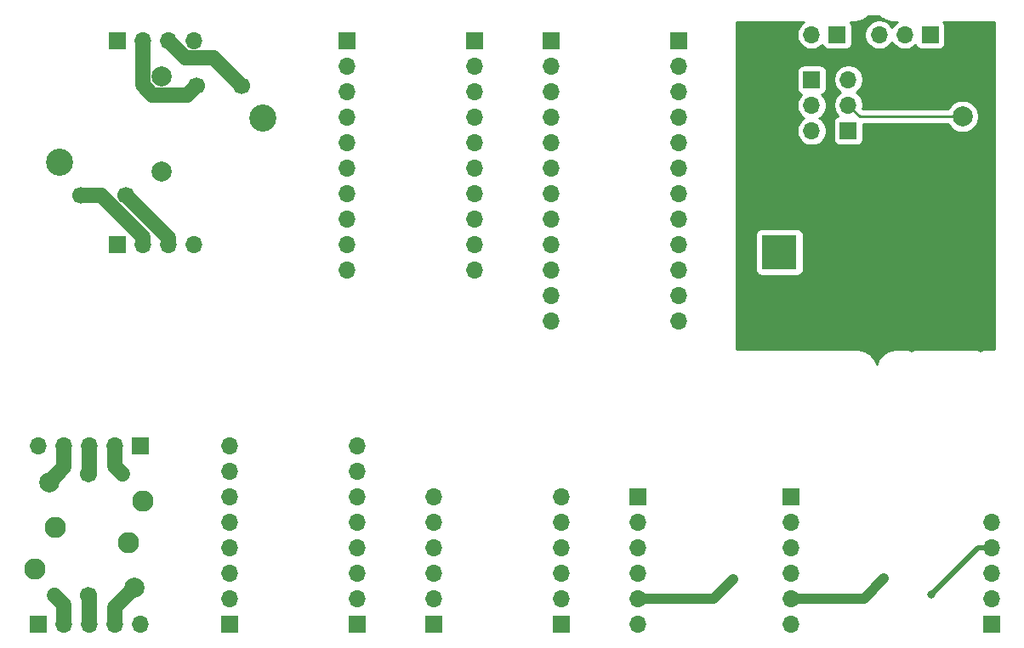
<source format=gbl>
G04 #@! TF.GenerationSoftware,KiCad,Pcbnew,(5.1.6-0-10_14)*
G04 #@! TF.CreationDate,2021-10-07T10:13:42+09:00*
G04 #@! TF.ProjectId,panel_breakouts_211007,70616e65-6c5f-4627-9265-616b6f757473,rev?*
G04 #@! TF.SameCoordinates,Original*
G04 #@! TF.FileFunction,Copper,L2,Bot*
G04 #@! TF.FilePolarity,Positive*
%FSLAX46Y46*%
G04 Gerber Fmt 4.6, Leading zero omitted, Abs format (unit mm)*
G04 Created by KiCad (PCBNEW (5.1.6-0-10_14)) date 2021-10-07 10:13:42*
%MOMM*%
%LPD*%
G01*
G04 APERTURE LIST*
G04 #@! TA.AperFunction,ComponentPad*
%ADD10O,1.700000X1.700000*%
G04 #@! TD*
G04 #@! TA.AperFunction,ComponentPad*
%ADD11R,1.700000X1.700000*%
G04 #@! TD*
G04 #@! TA.AperFunction,ComponentPad*
%ADD12C,2.108200*%
G04 #@! TD*
G04 #@! TA.AperFunction,ComponentPad*
%ADD13C,2.006600*%
G04 #@! TD*
G04 #@! TA.AperFunction,ComponentPad*
%ADD14C,1.701800*%
G04 #@! TD*
G04 #@! TA.AperFunction,ComponentPad*
%ADD15C,1.498600*%
G04 #@! TD*
G04 #@! TA.AperFunction,ComponentPad*
%ADD16C,2.000000*%
G04 #@! TD*
G04 #@! TA.AperFunction,ComponentPad*
%ADD17C,1.700000*%
G04 #@! TD*
G04 #@! TA.AperFunction,ComponentPad*
%ADD18C,2.700000*%
G04 #@! TD*
G04 #@! TA.AperFunction,ComponentPad*
%ADD19R,3.500000X3.500000*%
G04 #@! TD*
G04 #@! TA.AperFunction,ViaPad*
%ADD20C,0.800000*%
G04 #@! TD*
G04 #@! TA.AperFunction,Conductor*
%ADD21C,1.524000*%
G04 #@! TD*
G04 #@! TA.AperFunction,Conductor*
%ADD22C,1.016000*%
G04 #@! TD*
G04 #@! TA.AperFunction,Conductor*
%ADD23C,0.508000*%
G04 #@! TD*
G04 #@! TA.AperFunction,Conductor*
%ADD24C,0.250000*%
G04 #@! TD*
G04 #@! TA.AperFunction,Conductor*
%ADD25C,0.254000*%
G04 #@! TD*
G04 APERTURE END LIST*
D10*
X109982000Y-89916000D03*
X107442000Y-89916000D03*
X104902000Y-89916000D03*
D11*
X102362000Y-89916000D03*
D10*
X94472000Y-109982000D03*
X97012000Y-109982000D03*
X99552000Y-109982000D03*
X102092000Y-109982000D03*
D11*
X104632000Y-109982000D03*
X94472000Y-127762000D03*
D10*
X97012000Y-127762000D03*
X99552000Y-127762000D03*
X102092000Y-127762000D03*
X104632000Y-127762000D03*
D11*
X102362000Y-69596000D03*
D10*
X104902000Y-69596000D03*
X107442000Y-69596000D03*
X109982000Y-69596000D03*
X125222000Y-92456000D03*
X125222000Y-89916000D03*
X125222000Y-87376000D03*
X125222000Y-84836000D03*
X125222000Y-82296000D03*
X125222000Y-79756000D03*
X125222000Y-77216000D03*
X125222000Y-74676000D03*
X125222000Y-72136000D03*
D11*
X125222000Y-69596000D03*
X137922000Y-69596000D03*
D10*
X137922000Y-72136000D03*
X137922000Y-74676000D03*
X137922000Y-77216000D03*
X137922000Y-79756000D03*
X137922000Y-82296000D03*
X137922000Y-84836000D03*
X137922000Y-87376000D03*
X137922000Y-89916000D03*
X137922000Y-92456000D03*
X126222000Y-109982000D03*
X126222000Y-112522000D03*
X126222000Y-115062000D03*
X126222000Y-117602000D03*
X126222000Y-120142000D03*
X126222000Y-122682000D03*
X126222000Y-125222000D03*
D11*
X126222000Y-127762000D03*
X113522000Y-127762000D03*
D10*
X113522000Y-125222000D03*
X113522000Y-122682000D03*
X113522000Y-120142000D03*
X113522000Y-117602000D03*
X113522000Y-115062000D03*
X113522000Y-112522000D03*
X113522000Y-109982000D03*
X145542000Y-97536000D03*
X145542000Y-94996000D03*
X145542000Y-92456000D03*
X145542000Y-89916000D03*
X145542000Y-87376000D03*
X145542000Y-84836000D03*
X145542000Y-82296000D03*
X145542000Y-79756000D03*
X145542000Y-77216000D03*
X145542000Y-74676000D03*
X145542000Y-72136000D03*
D11*
X145542000Y-69596000D03*
X158242000Y-69596000D03*
D10*
X158242000Y-72136000D03*
X158242000Y-74676000D03*
X158242000Y-77216000D03*
X158242000Y-79756000D03*
X158242000Y-82296000D03*
X158242000Y-84836000D03*
X158242000Y-87376000D03*
X158242000Y-89916000D03*
X158242000Y-92456000D03*
X158242000Y-94996000D03*
X158242000Y-97536000D03*
D12*
X103452000Y-119612000D03*
D13*
X104052000Y-124112000D03*
D14*
X99502000Y-124912000D03*
D15*
X96102000Y-124912000D03*
D12*
X94152000Y-122262000D03*
X96152000Y-118112000D03*
D13*
X95552000Y-113612000D03*
D14*
X99502000Y-112812000D03*
D15*
X102902000Y-112812000D03*
D12*
X104852000Y-115462000D03*
D16*
X106722000Y-73156000D03*
D17*
X110222000Y-74106000D03*
X114722000Y-74106000D03*
D18*
X116822000Y-77356000D03*
D16*
X106722000Y-82656000D03*
D17*
X103222000Y-85006000D03*
X98722000Y-85006000D03*
D18*
X96622000Y-81756000D03*
D10*
X169402000Y-127762000D03*
X169402000Y-125222000D03*
X169402000Y-122682000D03*
X169402000Y-120142000D03*
X169402000Y-117602000D03*
D11*
X169402000Y-115062000D03*
D10*
X154162000Y-127762000D03*
X154162000Y-125222000D03*
X154162000Y-122682000D03*
X154162000Y-120142000D03*
X154162000Y-117602000D03*
D11*
X154162000Y-115062000D03*
D10*
X189372000Y-117594000D03*
X189372000Y-120134000D03*
X189372000Y-122674000D03*
X189372000Y-125214000D03*
D11*
X189372000Y-127754000D03*
D10*
X146542000Y-115062000D03*
X146542000Y-117602000D03*
X146542000Y-120142000D03*
X146542000Y-122682000D03*
X146542000Y-125222000D03*
D11*
X146542000Y-127762000D03*
X133842000Y-127762000D03*
D10*
X133842000Y-125222000D03*
X133842000Y-122682000D03*
X133842000Y-120142000D03*
X133842000Y-117602000D03*
X133842000Y-115062000D03*
X171457000Y-69006000D03*
D11*
X173997000Y-69006000D03*
D10*
X175122000Y-73476000D03*
X175122000Y-76016000D03*
D11*
X175122000Y-78556000D03*
X171472000Y-73506000D03*
D10*
X171472000Y-76046000D03*
X171472000Y-78586000D03*
X178192000Y-69006000D03*
X180732000Y-69006000D03*
D11*
X183272000Y-69006000D03*
D19*
X168262000Y-90676000D03*
G04 #@! TA.AperFunction,ComponentPad*
G36*
G01*
X169262000Y-98176000D02*
X167262000Y-98176000D01*
G75*
G02*
X166512000Y-97426000I0J750000D01*
G01*
X166512000Y-95926000D01*
G75*
G02*
X167262000Y-95176000I750000J0D01*
G01*
X169262000Y-95176000D01*
G75*
G02*
X170012000Y-95926000I0J-750000D01*
G01*
X170012000Y-97426000D01*
G75*
G02*
X169262000Y-98176000I-750000J0D01*
G01*
G37*
G04 #@! TD.AperFunction*
G04 #@! TA.AperFunction,ComponentPad*
G36*
G01*
X173837000Y-95426000D02*
X172087000Y-95426000D01*
G75*
G02*
X171212000Y-94551000I0J875000D01*
G01*
X171212000Y-92801000D01*
G75*
G02*
X172087000Y-91926000I875000J0D01*
G01*
X173837000Y-91926000D01*
G75*
G02*
X174712000Y-92801000I0J-875000D01*
G01*
X174712000Y-94551000D01*
G75*
G02*
X173837000Y-95426000I-875000J0D01*
G01*
G37*
G04 #@! TD.AperFunction*
D16*
X186472000Y-77156000D03*
X186472000Y-73656000D03*
D20*
X178662000Y-123242000D03*
X163622000Y-123332000D03*
X183392000Y-124794000D03*
X182222000Y-71506000D03*
X178497000Y-71681000D03*
X183172000Y-80631000D03*
X185097000Y-79106000D03*
X178822000Y-80056000D03*
X177572000Y-73556000D03*
X177572000Y-75306000D03*
X177572000Y-75306000D03*
X188072000Y-72056000D03*
X186572000Y-70056000D03*
X188072000Y-68556000D03*
X185722000Y-80036000D03*
X185722000Y-83696000D03*
X182322000Y-75056000D03*
X175762000Y-71176000D03*
X172842000Y-71136000D03*
X169132000Y-68546000D03*
X164482000Y-68306000D03*
X166982000Y-71126000D03*
X164402000Y-73556000D03*
X168932000Y-73516000D03*
X166782000Y-76336000D03*
X164442000Y-78546000D03*
X169542000Y-78796000D03*
X164632000Y-93776000D03*
X164692000Y-99886000D03*
X169962000Y-93986000D03*
X170652000Y-99796000D03*
X175512000Y-100006000D03*
X173532000Y-97036000D03*
X180492000Y-98096000D03*
X188292000Y-100296000D03*
X187832000Y-97806000D03*
X181402000Y-100226000D03*
X185072000Y-98746000D03*
X171512000Y-90586000D03*
X171582000Y-88136000D03*
X174272000Y-89306000D03*
X176902000Y-89106000D03*
X174232000Y-91176000D03*
D21*
X107442000Y-89226000D02*
X103222000Y-85006000D01*
X107442000Y-89916000D02*
X107442000Y-89226000D01*
X104902000Y-89201518D02*
X100706482Y-85006000D01*
X100706482Y-85006000D02*
X98722000Y-85006000D01*
X104902000Y-89916000D02*
X104902000Y-89201518D01*
X97012000Y-112152000D02*
X95552000Y-113612000D01*
X97012000Y-109982000D02*
X97012000Y-112152000D01*
X99552000Y-112762000D02*
X99502000Y-112812000D01*
X99552000Y-109982000D02*
X99552000Y-112762000D01*
X102092000Y-112002000D02*
X102902000Y-112812000D01*
X102092000Y-109982000D02*
X102092000Y-112002000D01*
X97012000Y-125822000D02*
X96102000Y-124912000D01*
X97012000Y-127762000D02*
X97012000Y-125822000D01*
X99552000Y-124962000D02*
X99502000Y-124912000D01*
X99552000Y-127762000D02*
X99552000Y-124962000D01*
X102092000Y-126072000D02*
X104052000Y-124112000D01*
X102092000Y-127762000D02*
X102092000Y-126072000D01*
X109308399Y-75019601D02*
X110222000Y-74106000D01*
X105827471Y-75019601D02*
X109308399Y-75019601D01*
X104858399Y-74050529D02*
X105827471Y-75019601D01*
X104858399Y-72261471D02*
X104858399Y-74050529D01*
X104902000Y-72217870D02*
X104858399Y-72261471D01*
X104902000Y-69596000D02*
X104902000Y-72217870D01*
X109155601Y-71309601D02*
X111925601Y-71309601D01*
X111925601Y-71309601D02*
X114722000Y-74106000D01*
X107442000Y-69596000D02*
X109155601Y-71309601D01*
D22*
X169402000Y-125222000D02*
X176672000Y-125222000D01*
X178652000Y-123242000D02*
X178662000Y-123242000D01*
X176672000Y-125222000D02*
X178652000Y-123242000D01*
X161732000Y-125222000D02*
X163622000Y-123332000D01*
X154162000Y-125222000D02*
X161732000Y-125222000D01*
D23*
X188052000Y-120134000D02*
X183392000Y-124794000D01*
X189372000Y-120134000D02*
X188052000Y-120134000D01*
D24*
X184372000Y-73656000D02*
X186472000Y-73656000D01*
X182222000Y-71506000D02*
X184372000Y-73656000D01*
X178672000Y-71506000D02*
X178497000Y-71681000D01*
X182222000Y-71506000D02*
X178672000Y-71506000D01*
X183172000Y-80631000D02*
X183172000Y-89466000D01*
X178962000Y-93676000D02*
X172962000Y-93676000D01*
X183172000Y-89466000D02*
X178962000Y-93676000D01*
X176262000Y-77156000D02*
X186472000Y-77156000D01*
X175122000Y-76016000D02*
X176262000Y-77156000D01*
D25*
G36*
X178226292Y-67212508D02*
G01*
X178233669Y-67218612D01*
X178425747Y-67375267D01*
X178477524Y-67409668D01*
X178528808Y-67444782D01*
X178537231Y-67449336D01*
X178756078Y-67565699D01*
X178813519Y-67589374D01*
X178870674Y-67613871D01*
X178879821Y-67616702D01*
X179117102Y-67688342D01*
X179178057Y-67700412D01*
X179238877Y-67713339D01*
X179248396Y-67714340D01*
X179248400Y-67714340D01*
X179495078Y-67738527D01*
X179503245Y-67738527D01*
X179528353Y-67741000D01*
X179952277Y-67741000D01*
X179785368Y-67852525D01*
X179578525Y-68059368D01*
X179462000Y-68233760D01*
X179345475Y-68059368D01*
X179138632Y-67852525D01*
X178895411Y-67690010D01*
X178625158Y-67578068D01*
X178338260Y-67521000D01*
X178045740Y-67521000D01*
X177758842Y-67578068D01*
X177488589Y-67690010D01*
X177245368Y-67852525D01*
X177038525Y-68059368D01*
X176876010Y-68302589D01*
X176764068Y-68572842D01*
X176707000Y-68859740D01*
X176707000Y-69152260D01*
X176764068Y-69439158D01*
X176876010Y-69709411D01*
X177038525Y-69952632D01*
X177245368Y-70159475D01*
X177488589Y-70321990D01*
X177758842Y-70433932D01*
X178045740Y-70491000D01*
X178338260Y-70491000D01*
X178625158Y-70433932D01*
X178895411Y-70321990D01*
X179138632Y-70159475D01*
X179345475Y-69952632D01*
X179462000Y-69778240D01*
X179578525Y-69952632D01*
X179785368Y-70159475D01*
X180028589Y-70321990D01*
X180298842Y-70433932D01*
X180585740Y-70491000D01*
X180878260Y-70491000D01*
X181165158Y-70433932D01*
X181435411Y-70321990D01*
X181678632Y-70159475D01*
X181810487Y-70027620D01*
X181832498Y-70100180D01*
X181891463Y-70210494D01*
X181970815Y-70307185D01*
X182067506Y-70386537D01*
X182177820Y-70445502D01*
X182297518Y-70481812D01*
X182422000Y-70494072D01*
X184122000Y-70494072D01*
X184246482Y-70481812D01*
X184366180Y-70445502D01*
X184476494Y-70386537D01*
X184573185Y-70307185D01*
X184652537Y-70210494D01*
X184711502Y-70100180D01*
X184747812Y-69980482D01*
X184760072Y-69856000D01*
X184760072Y-68156000D01*
X184747812Y-68031518D01*
X184711502Y-67911820D01*
X184652537Y-67801506D01*
X184602881Y-67741000D01*
X189637000Y-67741000D01*
X189637001Y-100371000D01*
X179798353Y-100371000D01*
X179763904Y-100374393D01*
X179747423Y-100374393D01*
X179737911Y-100375393D01*
X179491595Y-100403022D01*
X179430876Y-100415928D01*
X179369966Y-100427989D01*
X179360830Y-100430817D01*
X179124572Y-100505762D01*
X179067521Y-100530214D01*
X179010106Y-100553879D01*
X179001692Y-100558428D01*
X178784490Y-100677836D01*
X178733225Y-100712938D01*
X178681552Y-100747270D01*
X178674182Y-100753366D01*
X178484310Y-100912688D01*
X178440872Y-100957046D01*
X178396820Y-101000791D01*
X178390775Y-101008203D01*
X178235463Y-101201370D01*
X178201444Y-101253357D01*
X178166749Y-101304795D01*
X178162258Y-101313239D01*
X178047427Y-101532894D01*
X178024175Y-101590446D01*
X178000112Y-101647688D01*
X177997348Y-101656844D01*
X177997346Y-101656849D01*
X177997345Y-101656854D01*
X177927365Y-101894620D01*
X177927342Y-101894740D01*
X177923958Y-101877000D01*
X177921190Y-101867833D01*
X177847895Y-101631057D01*
X177823823Y-101573791D01*
X177800525Y-101516127D01*
X177796029Y-101507673D01*
X177796028Y-101507670D01*
X177796025Y-101507665D01*
X177678141Y-101289643D01*
X177643404Y-101238143D01*
X177609347Y-101186099D01*
X177603295Y-101178679D01*
X177445302Y-100987699D01*
X177401200Y-100943903D01*
X177357708Y-100899491D01*
X177350336Y-100893393D01*
X177350330Y-100893387D01*
X177350323Y-100893383D01*
X177158253Y-100736733D01*
X177106499Y-100702348D01*
X177055192Y-100667218D01*
X177046769Y-100662664D01*
X176827921Y-100546301D01*
X176770494Y-100522631D01*
X176713326Y-100498129D01*
X176704179Y-100495298D01*
X176466898Y-100423658D01*
X176405949Y-100411590D01*
X176345123Y-100398661D01*
X176335604Y-100397660D01*
X176335600Y-100397660D01*
X176088922Y-100373473D01*
X176080755Y-100373473D01*
X176055647Y-100371000D01*
X164007000Y-100371000D01*
X164007000Y-88926000D01*
X165873928Y-88926000D01*
X165873928Y-92426000D01*
X165886188Y-92550482D01*
X165922498Y-92670180D01*
X165981463Y-92780494D01*
X166060815Y-92877185D01*
X166157506Y-92956537D01*
X166267820Y-93015502D01*
X166387518Y-93051812D01*
X166512000Y-93064072D01*
X170012000Y-93064072D01*
X170136482Y-93051812D01*
X170256180Y-93015502D01*
X170366494Y-92956537D01*
X170463185Y-92877185D01*
X170542537Y-92780494D01*
X170601502Y-92670180D01*
X170637812Y-92550482D01*
X170650072Y-92426000D01*
X170650072Y-88926000D01*
X170637812Y-88801518D01*
X170601502Y-88681820D01*
X170542537Y-88571506D01*
X170463185Y-88474815D01*
X170366494Y-88395463D01*
X170256180Y-88336498D01*
X170136482Y-88300188D01*
X170012000Y-88287928D01*
X166512000Y-88287928D01*
X166387518Y-88300188D01*
X166267820Y-88336498D01*
X166157506Y-88395463D01*
X166060815Y-88474815D01*
X165981463Y-88571506D01*
X165922498Y-88681820D01*
X165886188Y-88801518D01*
X165873928Y-88926000D01*
X164007000Y-88926000D01*
X164007000Y-72656000D01*
X169983928Y-72656000D01*
X169983928Y-74356000D01*
X169996188Y-74480482D01*
X170032498Y-74600180D01*
X170091463Y-74710494D01*
X170170815Y-74807185D01*
X170267506Y-74886537D01*
X170377820Y-74945502D01*
X170450380Y-74967513D01*
X170318525Y-75099368D01*
X170156010Y-75342589D01*
X170044068Y-75612842D01*
X169987000Y-75899740D01*
X169987000Y-76192260D01*
X170044068Y-76479158D01*
X170156010Y-76749411D01*
X170318525Y-76992632D01*
X170525368Y-77199475D01*
X170699760Y-77316000D01*
X170525368Y-77432525D01*
X170318525Y-77639368D01*
X170156010Y-77882589D01*
X170044068Y-78152842D01*
X169987000Y-78439740D01*
X169987000Y-78732260D01*
X170044068Y-79019158D01*
X170156010Y-79289411D01*
X170318525Y-79532632D01*
X170525368Y-79739475D01*
X170768589Y-79901990D01*
X171038842Y-80013932D01*
X171325740Y-80071000D01*
X171618260Y-80071000D01*
X171905158Y-80013932D01*
X172175411Y-79901990D01*
X172418632Y-79739475D01*
X172625475Y-79532632D01*
X172787990Y-79289411D01*
X172899932Y-79019158D01*
X172957000Y-78732260D01*
X172957000Y-78439740D01*
X172899932Y-78152842D01*
X172787990Y-77882589D01*
X172669998Y-77706000D01*
X173633928Y-77706000D01*
X173633928Y-79406000D01*
X173646188Y-79530482D01*
X173682498Y-79650180D01*
X173741463Y-79760494D01*
X173820815Y-79857185D01*
X173917506Y-79936537D01*
X174027820Y-79995502D01*
X174147518Y-80031812D01*
X174272000Y-80044072D01*
X175972000Y-80044072D01*
X176096482Y-80031812D01*
X176216180Y-79995502D01*
X176326494Y-79936537D01*
X176423185Y-79857185D01*
X176502537Y-79760494D01*
X176561502Y-79650180D01*
X176597812Y-79530482D01*
X176610072Y-79406000D01*
X176610072Y-77916000D01*
X185017091Y-77916000D01*
X185023082Y-77930463D01*
X185202013Y-78198252D01*
X185429748Y-78425987D01*
X185697537Y-78604918D01*
X185995088Y-78728168D01*
X186310967Y-78791000D01*
X186633033Y-78791000D01*
X186948912Y-78728168D01*
X187246463Y-78604918D01*
X187514252Y-78425987D01*
X187741987Y-78198252D01*
X187920918Y-77930463D01*
X188044168Y-77632912D01*
X188107000Y-77317033D01*
X188107000Y-76994967D01*
X188044168Y-76679088D01*
X187920918Y-76381537D01*
X187741987Y-76113748D01*
X187514252Y-75886013D01*
X187246463Y-75707082D01*
X186948912Y-75583832D01*
X186633033Y-75521000D01*
X186310967Y-75521000D01*
X185995088Y-75583832D01*
X185697537Y-75707082D01*
X185429748Y-75886013D01*
X185202013Y-76113748D01*
X185023082Y-76381537D01*
X185017091Y-76396000D01*
X176576803Y-76396000D01*
X176563210Y-76382407D01*
X176607000Y-76162260D01*
X176607000Y-75869740D01*
X176549932Y-75582842D01*
X176437990Y-75312589D01*
X176275475Y-75069368D01*
X176068632Y-74862525D01*
X175894240Y-74746000D01*
X176068632Y-74629475D01*
X176275475Y-74422632D01*
X176437990Y-74179411D01*
X176549932Y-73909158D01*
X176607000Y-73622260D01*
X176607000Y-73329740D01*
X176549932Y-73042842D01*
X176437990Y-72772589D01*
X176275475Y-72529368D01*
X176068632Y-72322525D01*
X175825411Y-72160010D01*
X175555158Y-72048068D01*
X175268260Y-71991000D01*
X174975740Y-71991000D01*
X174688842Y-72048068D01*
X174418589Y-72160010D01*
X174175368Y-72322525D01*
X173968525Y-72529368D01*
X173806010Y-72772589D01*
X173694068Y-73042842D01*
X173637000Y-73329740D01*
X173637000Y-73622260D01*
X173694068Y-73909158D01*
X173806010Y-74179411D01*
X173968525Y-74422632D01*
X174175368Y-74629475D01*
X174349760Y-74746000D01*
X174175368Y-74862525D01*
X173968525Y-75069368D01*
X173806010Y-75312589D01*
X173694068Y-75582842D01*
X173637000Y-75869740D01*
X173637000Y-76162260D01*
X173694068Y-76449158D01*
X173806010Y-76719411D01*
X173968525Y-76962632D01*
X174100380Y-77094487D01*
X174027820Y-77116498D01*
X173917506Y-77175463D01*
X173820815Y-77254815D01*
X173741463Y-77351506D01*
X173682498Y-77461820D01*
X173646188Y-77581518D01*
X173633928Y-77706000D01*
X172669998Y-77706000D01*
X172625475Y-77639368D01*
X172418632Y-77432525D01*
X172244240Y-77316000D01*
X172418632Y-77199475D01*
X172625475Y-76992632D01*
X172787990Y-76749411D01*
X172899932Y-76479158D01*
X172957000Y-76192260D01*
X172957000Y-75899740D01*
X172899932Y-75612842D01*
X172787990Y-75342589D01*
X172625475Y-75099368D01*
X172493620Y-74967513D01*
X172566180Y-74945502D01*
X172676494Y-74886537D01*
X172773185Y-74807185D01*
X172852537Y-74710494D01*
X172911502Y-74600180D01*
X172947812Y-74480482D01*
X172960072Y-74356000D01*
X172960072Y-72656000D01*
X172947812Y-72531518D01*
X172911502Y-72411820D01*
X172852537Y-72301506D01*
X172773185Y-72204815D01*
X172676494Y-72125463D01*
X172566180Y-72066498D01*
X172446482Y-72030188D01*
X172322000Y-72017928D01*
X170622000Y-72017928D01*
X170497518Y-72030188D01*
X170377820Y-72066498D01*
X170267506Y-72125463D01*
X170170815Y-72204815D01*
X170091463Y-72301506D01*
X170032498Y-72411820D01*
X169996188Y-72531518D01*
X169983928Y-72656000D01*
X164007000Y-72656000D01*
X164007000Y-67741000D01*
X170677277Y-67741000D01*
X170510368Y-67852525D01*
X170303525Y-68059368D01*
X170141010Y-68302589D01*
X170029068Y-68572842D01*
X169972000Y-68859740D01*
X169972000Y-69152260D01*
X170029068Y-69439158D01*
X170141010Y-69709411D01*
X170303525Y-69952632D01*
X170510368Y-70159475D01*
X170753589Y-70321990D01*
X171023842Y-70433932D01*
X171310740Y-70491000D01*
X171603260Y-70491000D01*
X171890158Y-70433932D01*
X172160411Y-70321990D01*
X172403632Y-70159475D01*
X172535487Y-70027620D01*
X172557498Y-70100180D01*
X172616463Y-70210494D01*
X172695815Y-70307185D01*
X172792506Y-70386537D01*
X172902820Y-70445502D01*
X173022518Y-70481812D01*
X173147000Y-70494072D01*
X174847000Y-70494072D01*
X174971482Y-70481812D01*
X175091180Y-70445502D01*
X175201494Y-70386537D01*
X175298185Y-70307185D01*
X175377537Y-70210494D01*
X175436502Y-70100180D01*
X175472812Y-69980482D01*
X175485072Y-69856000D01*
X175485072Y-68156000D01*
X175472812Y-68031518D01*
X175436502Y-67911820D01*
X175377537Y-67801506D01*
X175327881Y-67741000D01*
X175785647Y-67741000D01*
X175820105Y-67737606D01*
X175836577Y-67737606D01*
X175846089Y-67736607D01*
X176092405Y-67708978D01*
X176153130Y-67696070D01*
X176214034Y-67684011D01*
X176223170Y-67681183D01*
X176459428Y-67606238D01*
X176516479Y-67581786D01*
X176573894Y-67558121D01*
X176582308Y-67553572D01*
X176799510Y-67434164D01*
X176850757Y-67399074D01*
X176902449Y-67364730D01*
X176909818Y-67358634D01*
X177099691Y-67199312D01*
X177115665Y-67183000D01*
X178197395Y-67183000D01*
X178226292Y-67212508D01*
G37*
X178226292Y-67212508D02*
X178233669Y-67218612D01*
X178425747Y-67375267D01*
X178477524Y-67409668D01*
X178528808Y-67444782D01*
X178537231Y-67449336D01*
X178756078Y-67565699D01*
X178813519Y-67589374D01*
X178870674Y-67613871D01*
X178879821Y-67616702D01*
X179117102Y-67688342D01*
X179178057Y-67700412D01*
X179238877Y-67713339D01*
X179248396Y-67714340D01*
X179248400Y-67714340D01*
X179495078Y-67738527D01*
X179503245Y-67738527D01*
X179528353Y-67741000D01*
X179952277Y-67741000D01*
X179785368Y-67852525D01*
X179578525Y-68059368D01*
X179462000Y-68233760D01*
X179345475Y-68059368D01*
X179138632Y-67852525D01*
X178895411Y-67690010D01*
X178625158Y-67578068D01*
X178338260Y-67521000D01*
X178045740Y-67521000D01*
X177758842Y-67578068D01*
X177488589Y-67690010D01*
X177245368Y-67852525D01*
X177038525Y-68059368D01*
X176876010Y-68302589D01*
X176764068Y-68572842D01*
X176707000Y-68859740D01*
X176707000Y-69152260D01*
X176764068Y-69439158D01*
X176876010Y-69709411D01*
X177038525Y-69952632D01*
X177245368Y-70159475D01*
X177488589Y-70321990D01*
X177758842Y-70433932D01*
X178045740Y-70491000D01*
X178338260Y-70491000D01*
X178625158Y-70433932D01*
X178895411Y-70321990D01*
X179138632Y-70159475D01*
X179345475Y-69952632D01*
X179462000Y-69778240D01*
X179578525Y-69952632D01*
X179785368Y-70159475D01*
X180028589Y-70321990D01*
X180298842Y-70433932D01*
X180585740Y-70491000D01*
X180878260Y-70491000D01*
X181165158Y-70433932D01*
X181435411Y-70321990D01*
X181678632Y-70159475D01*
X181810487Y-70027620D01*
X181832498Y-70100180D01*
X181891463Y-70210494D01*
X181970815Y-70307185D01*
X182067506Y-70386537D01*
X182177820Y-70445502D01*
X182297518Y-70481812D01*
X182422000Y-70494072D01*
X184122000Y-70494072D01*
X184246482Y-70481812D01*
X184366180Y-70445502D01*
X184476494Y-70386537D01*
X184573185Y-70307185D01*
X184652537Y-70210494D01*
X184711502Y-70100180D01*
X184747812Y-69980482D01*
X184760072Y-69856000D01*
X184760072Y-68156000D01*
X184747812Y-68031518D01*
X184711502Y-67911820D01*
X184652537Y-67801506D01*
X184602881Y-67741000D01*
X189637000Y-67741000D01*
X189637001Y-100371000D01*
X179798353Y-100371000D01*
X179763904Y-100374393D01*
X179747423Y-100374393D01*
X179737911Y-100375393D01*
X179491595Y-100403022D01*
X179430876Y-100415928D01*
X179369966Y-100427989D01*
X179360830Y-100430817D01*
X179124572Y-100505762D01*
X179067521Y-100530214D01*
X179010106Y-100553879D01*
X179001692Y-100558428D01*
X178784490Y-100677836D01*
X178733225Y-100712938D01*
X178681552Y-100747270D01*
X178674182Y-100753366D01*
X178484310Y-100912688D01*
X178440872Y-100957046D01*
X178396820Y-101000791D01*
X178390775Y-101008203D01*
X178235463Y-101201370D01*
X178201444Y-101253357D01*
X178166749Y-101304795D01*
X178162258Y-101313239D01*
X178047427Y-101532894D01*
X178024175Y-101590446D01*
X178000112Y-101647688D01*
X177997348Y-101656844D01*
X177997346Y-101656849D01*
X177997345Y-101656854D01*
X177927365Y-101894620D01*
X177927342Y-101894740D01*
X177923958Y-101877000D01*
X177921190Y-101867833D01*
X177847895Y-101631057D01*
X177823823Y-101573791D01*
X177800525Y-101516127D01*
X177796029Y-101507673D01*
X177796028Y-101507670D01*
X177796025Y-101507665D01*
X177678141Y-101289643D01*
X177643404Y-101238143D01*
X177609347Y-101186099D01*
X177603295Y-101178679D01*
X177445302Y-100987699D01*
X177401200Y-100943903D01*
X177357708Y-100899491D01*
X177350336Y-100893393D01*
X177350330Y-100893387D01*
X177350323Y-100893383D01*
X177158253Y-100736733D01*
X177106499Y-100702348D01*
X177055192Y-100667218D01*
X177046769Y-100662664D01*
X176827921Y-100546301D01*
X176770494Y-100522631D01*
X176713326Y-100498129D01*
X176704179Y-100495298D01*
X176466898Y-100423658D01*
X176405949Y-100411590D01*
X176345123Y-100398661D01*
X176335604Y-100397660D01*
X176335600Y-100397660D01*
X176088922Y-100373473D01*
X176080755Y-100373473D01*
X176055647Y-100371000D01*
X164007000Y-100371000D01*
X164007000Y-88926000D01*
X165873928Y-88926000D01*
X165873928Y-92426000D01*
X165886188Y-92550482D01*
X165922498Y-92670180D01*
X165981463Y-92780494D01*
X166060815Y-92877185D01*
X166157506Y-92956537D01*
X166267820Y-93015502D01*
X166387518Y-93051812D01*
X166512000Y-93064072D01*
X170012000Y-93064072D01*
X170136482Y-93051812D01*
X170256180Y-93015502D01*
X170366494Y-92956537D01*
X170463185Y-92877185D01*
X170542537Y-92780494D01*
X170601502Y-92670180D01*
X170637812Y-92550482D01*
X170650072Y-92426000D01*
X170650072Y-88926000D01*
X170637812Y-88801518D01*
X170601502Y-88681820D01*
X170542537Y-88571506D01*
X170463185Y-88474815D01*
X170366494Y-88395463D01*
X170256180Y-88336498D01*
X170136482Y-88300188D01*
X170012000Y-88287928D01*
X166512000Y-88287928D01*
X166387518Y-88300188D01*
X166267820Y-88336498D01*
X166157506Y-88395463D01*
X166060815Y-88474815D01*
X165981463Y-88571506D01*
X165922498Y-88681820D01*
X165886188Y-88801518D01*
X165873928Y-88926000D01*
X164007000Y-88926000D01*
X164007000Y-72656000D01*
X169983928Y-72656000D01*
X169983928Y-74356000D01*
X169996188Y-74480482D01*
X170032498Y-74600180D01*
X170091463Y-74710494D01*
X170170815Y-74807185D01*
X170267506Y-74886537D01*
X170377820Y-74945502D01*
X170450380Y-74967513D01*
X170318525Y-75099368D01*
X170156010Y-75342589D01*
X170044068Y-75612842D01*
X169987000Y-75899740D01*
X169987000Y-76192260D01*
X170044068Y-76479158D01*
X170156010Y-76749411D01*
X170318525Y-76992632D01*
X170525368Y-77199475D01*
X170699760Y-77316000D01*
X170525368Y-77432525D01*
X170318525Y-77639368D01*
X170156010Y-77882589D01*
X170044068Y-78152842D01*
X169987000Y-78439740D01*
X169987000Y-78732260D01*
X170044068Y-79019158D01*
X170156010Y-79289411D01*
X170318525Y-79532632D01*
X170525368Y-79739475D01*
X170768589Y-79901990D01*
X171038842Y-80013932D01*
X171325740Y-80071000D01*
X171618260Y-80071000D01*
X171905158Y-80013932D01*
X172175411Y-79901990D01*
X172418632Y-79739475D01*
X172625475Y-79532632D01*
X172787990Y-79289411D01*
X172899932Y-79019158D01*
X172957000Y-78732260D01*
X172957000Y-78439740D01*
X172899932Y-78152842D01*
X172787990Y-77882589D01*
X172669998Y-77706000D01*
X173633928Y-77706000D01*
X173633928Y-79406000D01*
X173646188Y-79530482D01*
X173682498Y-79650180D01*
X173741463Y-79760494D01*
X173820815Y-79857185D01*
X173917506Y-79936537D01*
X174027820Y-79995502D01*
X174147518Y-80031812D01*
X174272000Y-80044072D01*
X175972000Y-80044072D01*
X176096482Y-80031812D01*
X176216180Y-79995502D01*
X176326494Y-79936537D01*
X176423185Y-79857185D01*
X176502537Y-79760494D01*
X176561502Y-79650180D01*
X176597812Y-79530482D01*
X176610072Y-79406000D01*
X176610072Y-77916000D01*
X185017091Y-77916000D01*
X185023082Y-77930463D01*
X185202013Y-78198252D01*
X185429748Y-78425987D01*
X185697537Y-78604918D01*
X185995088Y-78728168D01*
X186310967Y-78791000D01*
X186633033Y-78791000D01*
X186948912Y-78728168D01*
X187246463Y-78604918D01*
X187514252Y-78425987D01*
X187741987Y-78198252D01*
X187920918Y-77930463D01*
X188044168Y-77632912D01*
X188107000Y-77317033D01*
X188107000Y-76994967D01*
X188044168Y-76679088D01*
X187920918Y-76381537D01*
X187741987Y-76113748D01*
X187514252Y-75886013D01*
X187246463Y-75707082D01*
X186948912Y-75583832D01*
X186633033Y-75521000D01*
X186310967Y-75521000D01*
X185995088Y-75583832D01*
X185697537Y-75707082D01*
X185429748Y-75886013D01*
X185202013Y-76113748D01*
X185023082Y-76381537D01*
X185017091Y-76396000D01*
X176576803Y-76396000D01*
X176563210Y-76382407D01*
X176607000Y-76162260D01*
X176607000Y-75869740D01*
X176549932Y-75582842D01*
X176437990Y-75312589D01*
X176275475Y-75069368D01*
X176068632Y-74862525D01*
X175894240Y-74746000D01*
X176068632Y-74629475D01*
X176275475Y-74422632D01*
X176437990Y-74179411D01*
X176549932Y-73909158D01*
X176607000Y-73622260D01*
X176607000Y-73329740D01*
X176549932Y-73042842D01*
X176437990Y-72772589D01*
X176275475Y-72529368D01*
X176068632Y-72322525D01*
X175825411Y-72160010D01*
X175555158Y-72048068D01*
X175268260Y-71991000D01*
X174975740Y-71991000D01*
X174688842Y-72048068D01*
X174418589Y-72160010D01*
X174175368Y-72322525D01*
X173968525Y-72529368D01*
X173806010Y-72772589D01*
X173694068Y-73042842D01*
X173637000Y-73329740D01*
X173637000Y-73622260D01*
X173694068Y-73909158D01*
X173806010Y-74179411D01*
X173968525Y-74422632D01*
X174175368Y-74629475D01*
X174349760Y-74746000D01*
X174175368Y-74862525D01*
X173968525Y-75069368D01*
X173806010Y-75312589D01*
X173694068Y-75582842D01*
X173637000Y-75869740D01*
X173637000Y-76162260D01*
X173694068Y-76449158D01*
X173806010Y-76719411D01*
X173968525Y-76962632D01*
X174100380Y-77094487D01*
X174027820Y-77116498D01*
X173917506Y-77175463D01*
X173820815Y-77254815D01*
X173741463Y-77351506D01*
X173682498Y-77461820D01*
X173646188Y-77581518D01*
X173633928Y-77706000D01*
X172669998Y-77706000D01*
X172625475Y-77639368D01*
X172418632Y-77432525D01*
X172244240Y-77316000D01*
X172418632Y-77199475D01*
X172625475Y-76992632D01*
X172787990Y-76749411D01*
X172899932Y-76479158D01*
X172957000Y-76192260D01*
X172957000Y-75899740D01*
X172899932Y-75612842D01*
X172787990Y-75342589D01*
X172625475Y-75099368D01*
X172493620Y-74967513D01*
X172566180Y-74945502D01*
X172676494Y-74886537D01*
X172773185Y-74807185D01*
X172852537Y-74710494D01*
X172911502Y-74600180D01*
X172947812Y-74480482D01*
X172960072Y-74356000D01*
X172960072Y-72656000D01*
X172947812Y-72531518D01*
X172911502Y-72411820D01*
X172852537Y-72301506D01*
X172773185Y-72204815D01*
X172676494Y-72125463D01*
X172566180Y-72066498D01*
X172446482Y-72030188D01*
X172322000Y-72017928D01*
X170622000Y-72017928D01*
X170497518Y-72030188D01*
X170377820Y-72066498D01*
X170267506Y-72125463D01*
X170170815Y-72204815D01*
X170091463Y-72301506D01*
X170032498Y-72411820D01*
X169996188Y-72531518D01*
X169983928Y-72656000D01*
X164007000Y-72656000D01*
X164007000Y-67741000D01*
X170677277Y-67741000D01*
X170510368Y-67852525D01*
X170303525Y-68059368D01*
X170141010Y-68302589D01*
X170029068Y-68572842D01*
X169972000Y-68859740D01*
X169972000Y-69152260D01*
X170029068Y-69439158D01*
X170141010Y-69709411D01*
X170303525Y-69952632D01*
X170510368Y-70159475D01*
X170753589Y-70321990D01*
X171023842Y-70433932D01*
X171310740Y-70491000D01*
X171603260Y-70491000D01*
X171890158Y-70433932D01*
X172160411Y-70321990D01*
X172403632Y-70159475D01*
X172535487Y-70027620D01*
X172557498Y-70100180D01*
X172616463Y-70210494D01*
X172695815Y-70307185D01*
X172792506Y-70386537D01*
X172902820Y-70445502D01*
X173022518Y-70481812D01*
X173147000Y-70494072D01*
X174847000Y-70494072D01*
X174971482Y-70481812D01*
X175091180Y-70445502D01*
X175201494Y-70386537D01*
X175298185Y-70307185D01*
X175377537Y-70210494D01*
X175436502Y-70100180D01*
X175472812Y-69980482D01*
X175485072Y-69856000D01*
X175485072Y-68156000D01*
X175472812Y-68031518D01*
X175436502Y-67911820D01*
X175377537Y-67801506D01*
X175327881Y-67741000D01*
X175785647Y-67741000D01*
X175820105Y-67737606D01*
X175836577Y-67737606D01*
X175846089Y-67736607D01*
X176092405Y-67708978D01*
X176153130Y-67696070D01*
X176214034Y-67684011D01*
X176223170Y-67681183D01*
X176459428Y-67606238D01*
X176516479Y-67581786D01*
X176573894Y-67558121D01*
X176582308Y-67553572D01*
X176799510Y-67434164D01*
X176850757Y-67399074D01*
X176902449Y-67364730D01*
X176909818Y-67358634D01*
X177099691Y-67199312D01*
X177115665Y-67183000D01*
X178197395Y-67183000D01*
X178226292Y-67212508D01*
M02*

</source>
